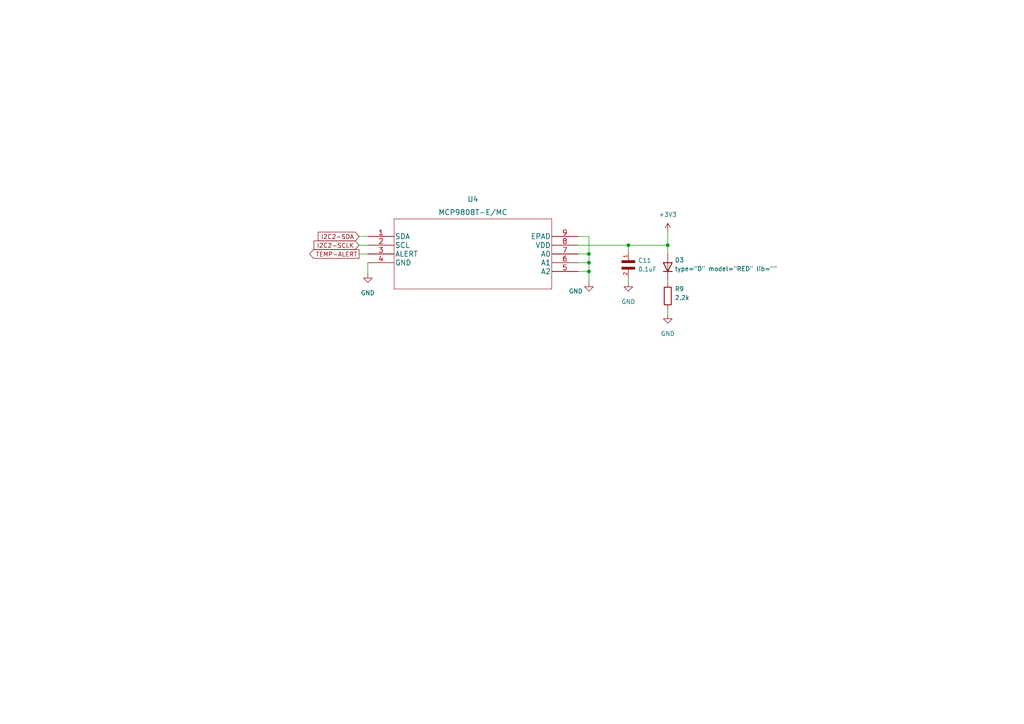
<source format=kicad_sch>
(kicad_sch (version 20211123) (generator eeschema)
  (paper "A4")
  (lib_symbols
    (symbol "Daughterboard_Symbols:CL10B104KB8NNNL" (pin_names (offset 1.016) hide)
      (property "Reference" "C" (at 0 3.81 0))
      (property "Value" "CL10B104KB8NNNL" (at 0 -5.08 0))
      (symbol "CL10B104KB8NNNL_0_0"
        (rectangle (start 0 -1.905) (end 0.635 1.905) (fill (type outline)))
        (rectangle (start 1.905 -1.905) (end 2.54 1.905) (fill (type outline)))
        (pin passive line (at -2.54 0 0) (length 2.54) (name "~") (number "1"))
        (pin passive line (at 5.08 0 180) (length 2.54) (name "~") (number "2"))
      )
    )
    (symbol "Device:R" (pin_numbers hide) (pin_names (offset 0))
      (property "Reference" "R" (at 2.032 0 90))
      (property "Value" "R" (at 0 0 90))
      (symbol "R_0_1"
        (rectangle (start -1.016 -2.54) (end 1.016 2.54) (stroke (width 0.254)))
      )
      (symbol "R_1_1"
        (pin passive line (at 0 3.81 270) (length 1.27) (name "~") (number "1"))
        (pin passive line (at 0 -3.81 90) (length 1.27) (name "~") (number "2"))
      )
    )
    (symbol "MCP9808T-EMC:MCP9808T-E{slash}MC" (pin_names (offset 0.254))
      (property "Reference" "U" (at 30.48 10.16 0))
      (property "Value" "MCP9808T-E{slash}MC" (at 30.48 7.62 0))
      (symbol "MCP9808T-E{slash}MC_1_1"
        (polyline (pts (xy 7.62 -15.24) (xy 53.34 -15.24)) (stroke (width 0.127)))
        (polyline (pts (xy 7.62 5.08) (xy 7.62 -15.24)) (stroke (width 0.127)))
        (polyline (pts (xy 53.34 -15.24) (xy 53.34 5.08)) (stroke (width 0.127)))
        (polyline (pts (xy 53.34 5.08) (xy 7.62 5.08)) (stroke (width 0.127)))
        (pin unspecified line (at 0 0 0) (length 7.62) (name "SDA") (number "1"))
        (pin unspecified line (at 0 -2.54 0) (length 7.62) (name "SCL") (number "2"))
        (pin output line (at 0 -5.08 0) (length 7.62) (name "ALERT") (number "3"))
        (pin power_in line (at 0 -7.62 0) (length 7.62) (name "GND") (number "4"))
        (pin unspecified line (at 60.96 -10.16 180) (length 7.62) (name "A2") (number "5"))
        (pin unspecified line (at 60.96 -7.62 180) (length 7.62) (name "A1") (number "6"))
        (pin unspecified line (at 60.96 -5.08 180) (length 7.62) (name "A0") (number "7"))
        (pin power_in line (at 60.96 -2.54 180) (length 7.62) (name "VDD") (number "8"))
        (pin unspecified line (at 60.96 0 180) (length 7.62) (name "EPAD") (number "9"))
      )
    )
    (symbol "Simulation_SPICE:DIODE" (pin_numbers hide) (pin_names (offset 1.016) hide)
      (property "Reference" "D" (at 0 2.54 0))
      (property "Value" "DIODE" (at 0 -2.54 0))
      (symbol "DIODE_0_1"
        (polyline (pts (xy 1.27 0) (xy -1.27 0)))
        (polyline (pts (xy 1.27 1.27) (xy 1.27 -1.27)) (stroke (width 0.254)))
        (polyline (pts (xy -1.27 -1.27) (xy -1.27 1.27) (xy 1.27 0) (xy -1.27 -1.27)) (stroke (width 0.254)))
      )
      (symbol "DIODE_1_1"
        (pin passive line (at -3.81 0 0) (length 2.54) (name "A") (number "1"))
        (pin passive line (at 3.81 0 180) (length 2.54) (name "K") (number "2"))
      )
    )
    (symbol "power:+3V3" (power) (pin_names (offset 0))
      (property "Value" "+3V3" (at 0 3.556 0))
      (symbol "+3V3_0_1"
        (polyline (pts (xy -0.762 1.27) (xy 0 2.54)))
        (polyline (pts (xy 0 0) (xy 0 2.54)))
        (polyline (pts (xy 0 2.54) (xy 0.762 1.27)))
      )
      (symbol "+3V3_1_1"
        (pin power_in line (at 0 0 90) (length 0) hide (name "+3V3") (number "1"))
      )
    )
    (symbol "power:GND" (power) (pin_names (offset 0))
      (property "Value" "GND" (at 0 -3.81 0))
      (symbol "GND_0_1"
        (polyline (pts (xy 0 0) (xy 0 -1.27) (xy 1.27 -1.27) (xy 0 -2.54) (xy -1.27 -1.27) (xy 0 -1.27)))
      )
      (symbol "GND_1_1"
        (pin power_in line (at 0 0 270) (length 0) hide (name "GND") (number "1"))
      )
    )
  )
  (junction (at 193.675 71.12))
  (junction (at 170.815 76.2))
  (junction (at 182.245 71.12))
  (junction (at 170.815 73.66))
  (junction (at 170.815 78.74))
  (wire (pts (xy 167.64 76.2) (xy 170.815 76.2)))
  (wire (pts (xy 106.68 79.375) (xy 106.68 76.2)))
  (wire (pts (xy 182.245 80.645) (xy 182.245 81.915)))
  (wire (pts (xy 167.64 68.58) (xy 170.815 68.58)))
  (wire (pts (xy 104.14 71.12) (xy 106.68 71.12)))
  (wire (pts (xy 193.675 89.662) (xy 193.675 91.186)))
  (wire (pts (xy 167.64 73.66) (xy 170.815 73.66)))
  (wire (pts (xy 170.815 76.2) (xy 170.815 78.74)))
  (wire (pts (xy 170.815 78.74) (xy 170.815 81.915)))
  (wire (pts (xy 170.815 73.66) (xy 170.815 76.2)))
  (wire (pts (xy 193.675 81.28) (xy 193.675 82.042)))
  (wire (pts (xy 167.64 78.74) (xy 170.815 78.74)))
  (wire (pts (xy 182.245 71.12) (xy 182.245 73.025)))
  (wire (pts (xy 170.815 68.58) (xy 170.815 73.66)))
  (wire (pts (xy 182.245 71.12) (xy 193.675 71.12)))
  (wire (pts (xy 104.14 73.66) (xy 106.68 73.66)))
  (wire (pts (xy 104.14 68.58) (xy 106.68 68.58)))
  (wire (pts (xy 193.675 67.31) (xy 193.675 71.12)))
  (wire (pts (xy 193.675 71.12) (xy 193.675 73.66)))
  (wire (pts (xy 167.64 71.12) (xy 182.245 71.12)))
  (global_label "I2C2-SDA" (shape input) (at 104.14 68.58 180) (property "Intersheet References" "${INTERSHEET_REFS}" (effects hide)))
  (global_label "TEMP-ALERT" (shape output) (at 104.14 73.66 180) (property "Intersheet References" "${INTERSHEET_REFS}" (effects hide)))
  (global_label "I2C2-SCLK" (shape input) (at 104.14 71.12 180) (property "Intersheet References" "${INTERSHEET_REFS}" (effects hide)))
  (symbol (lib_id "power:GND") (at 106.68 79.375 0) (unit 1)
    (property "Reference" "#PWR020" (effects hide))
    (property "Value" "GND" (at 106.68 84.963 0))
  )
  (symbol (lib_id "Simulation_SPICE:DIODE") (at 193.675 77.47 270) (unit 1)
    (property "Reference" "D3" (at 195.707 75.4379 90) (effects (justify left)))
    (property "Value" "RED" (at 195.707 77.9779 90) (effects (justify left)))
    (property "Footprint" "Diode_SMD:D_0603_1608Metric" (effects hide))
    (property "Spice_Netlist_Enabled" "Y" (effects hide))
    (property "Spice_Primitive" "D" (effects hide))
  )
  (symbol (lib_id "power:GND") (at 193.675 91.186 0) (unit 1)
    (property "Reference" "#PWR021" (effects hide))
    (property "Value" "GND" (at 193.675 96.774 0))
  )
  (symbol (lib_id "power:GND") (at 182.245 81.915 0) (unit 1)
    (property "Reference" "#PWR022" (effects hide))
    (property "Value" "GND" (at 182.245 87.503 0))
  )
  (symbol (lib_id "MCP9808T-EMC:MCP9808T-E{slash}MC") (at 106.68 68.58 0) (unit 1)
    (property "Reference" "U4" (at 137.16 57.785 0) (effects (font (size 1.524 1.524))))
    (property "Value" "MCP9808T-E/MC" (at 137.16 61.595 0) (effects (font (size 1.524 1.524))))
    (property "Footprint" "qset-footprints:MCP9808T-E&slash_MC" (effects hide))
  )
  (symbol (lib_id "power:+3V3") (at 193.675 67.31 0) (unit 1)
    (property "Reference" "#PWR046" (effects hide))
    (property "Value" "+3V3" (at 193.675 62.23 0))
  )
  (symbol (lib_id "power:GND") (at 170.815 81.915 0) (unit 1)
    (property "Reference" "#PWR024" (effects hide))
    (property "Value" "GND" (at 167.005 84.455 0))
  )
  (symbol (lib_id "Device:R") (at 193.675 85.852 0) (unit 1)
    (property "Reference" "R9" (at 195.707 83.8199 0) (effects (justify left)))
    (property "Value" "2.2k" (at 195.707 86.3599 0) (effects (justify left)))
    (property "Footprint" "Resistor_SMD:R_0603_1608Metric" (effects hide))
  )
  (symbol (lib_id "Daughterboard_Symbols:CL10B104KB8NNNL") (at 182.245 75.565 270) (unit 1)
    (property "Reference" "C11" (at 185.039 75.5649 90) (effects (justify left)))
    (property "Value" "0.1uF" (at 185.039 78.1049 90) (effects (justify left)))
    (property "Footprint" "Capacitor_SMD:C_0603_1608Metric" (effects hide))
  )
)
</source>
